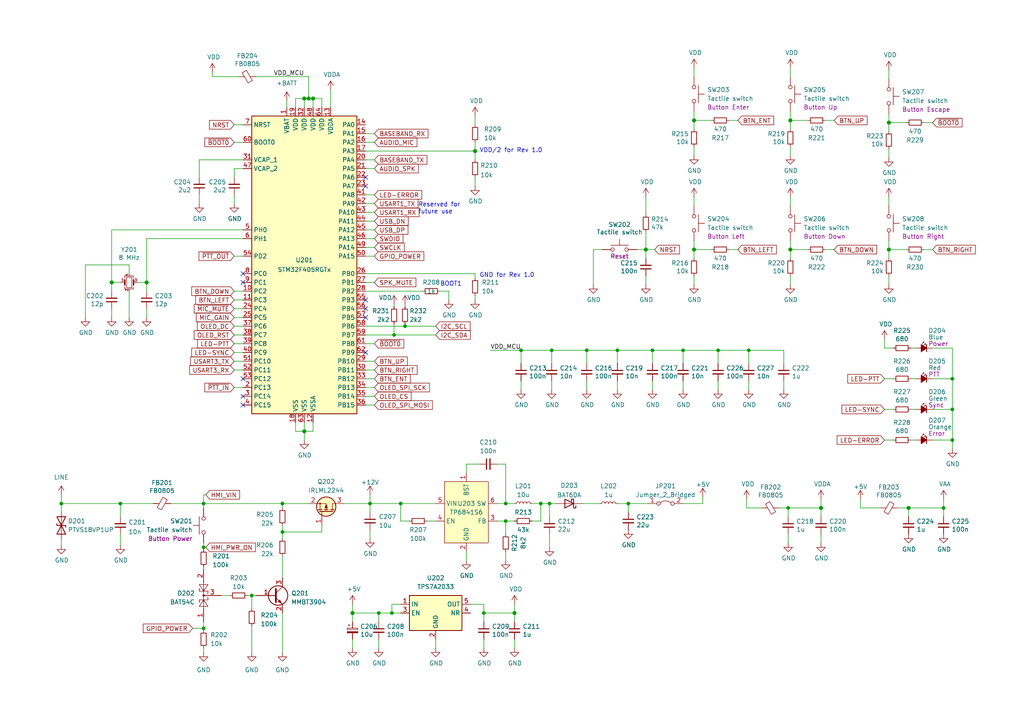
<source format=kicad_sch>
(kicad_sch (version 20230121) (generator eeschema)
  (paper "A4")
  (title_block (title "Module17") (date "2023-12-06") (rev "Rev 0.99") (company "M17Project") (comment 1 "Morgan ON4MOD") (comment 2 "Mathis - DB9MAT") (comment 3 "Wojciech - SP5WWP") (comment 4 "Authors:"))
  (junction (at 276.225 127.635))
  (junction (at 59.055 182.245))
  (junction (at 32.385 81.915) (diameter 1.016))
  (junction (at 276.225 118.745))
  (junction (at 113.665 177.8))
  (junction (at 257.81 35.56) (diameter 1.016))
  (junction (at 229.235 72.39) (diameter 1.016))
  (junction (at 228.6 147.32))
  (junction (at 201.295 34.925) (diameter 1.016))
  (junction (at 198.12 101.6))
  (junction (at 107.315 146.05))
  (junction (at 201.295 72.39) (diameter 1.016))
  (junction (at 109.855 177.8))
  (junction (at 34.925 146.05))
  (junction (at 90.805 28.575) (diameter 1.016))
  (junction (at 151.13 101.6))
  (junction (at 238.125 147.32) (diameter 1.016))
  (junction (at 229.235 34.925) (diameter 1.016))
  (junction (at 257.81 72.39) (diameter 1.016))
  (junction (at 156.845 146.05))
  (junction (at 276.225 109.855))
  (junction (at 146.685 151.13))
  (junction (at 114.3 97.155))
  (junction (at 88.265 125.095) (diameter 1.016))
  (junction (at 159.385 146.05))
  (junction (at 273.685 147.32))
  (junction (at 17.78 146.05))
  (junction (at 187.325 72.39) (diameter 1.016))
  (junction (at 81.915 146.05))
  (junction (at 170.18 101.6))
  (junction (at 89.535 28.575) (diameter 1.016))
  (junction (at 42.545 81.915) (diameter 1.016))
  (junction (at 117.475 94.615))
  (junction (at 189.23 101.6))
  (junction (at 59.055 146.05))
  (junction (at 182.245 146.05))
  (junction (at 59.055 158.75))
  (junction (at 263.525 147.32) (diameter 1.016))
  (junction (at 102.235 177.8) (diameter 1.016))
  (junction (at 208.28 101.6))
  (junction (at 88.265 28.575) (diameter 1.016))
  (junction (at 116.205 146.05))
  (junction (at 179.07 101.6))
  (junction (at 140.335 177.8))
  (junction (at 160.02 101.6))
  (junction (at 81.915 154.305))
  (junction (at 137.795 43.815) (diameter 1.016))
  (junction (at 217.17 101.6))
  (junction (at 146.685 146.05))
  (junction (at 73.025 172.72))
  (junction (at 149.225 177.8) (diameter 1.016))
  (no_connect (at 106.045 89.535))
  (no_connect (at 106.045 102.235))
  (no_connect (at 106.045 51.435))
  (no_connect (at 70.485 117.475))
  (no_connect (at 106.045 86.995))
  (no_connect (at 106.045 53.975))
  (no_connect (at 70.485 79.375))
  (no_connect (at 70.485 114.935))
  (no_connect (at 70.485 81.915))
  (no_connect (at 106.045 92.075))
  (no_connect (at 70.485 109.855))
  (wire (pts (xy 88.265 122.555) (xy 88.265 125.095)))
  (wire (pts (xy 106.045 99.695) (xy 108.585 99.695)))
  (wire (pts (xy 238.125 147.32) (xy 238.125 144.78)))
  (wire (pts (xy 144.145 151.13) (xy 146.685 151.13)))
  (wire (pts (xy 229.235 19.685) (xy 229.235 22.225)))
  (wire (pts (xy 257.81 35.56) (xy 257.81 38.1)))
  (wire (pts (xy 67.945 48.895) (xy 67.945 51.435)))
  (wire (pts (xy 137.795 33.655) (xy 137.795 36.195)))
  (wire (pts (xy 263.525 147.32) (xy 263.525 149.86)))
  (wire (pts (xy 137.795 41.275) (xy 137.795 43.815)))
  (wire (pts (xy 137.795 43.815) (xy 137.795 46.355)))
  (wire (pts (xy 37.465 84.455) (xy 37.465 92.075)))
  (wire (pts (xy 85.725 31.115) (xy 85.725 28.575)))
  (wire (pts (xy 249.555 147.32) (xy 249.555 144.78)))
  (wire (pts (xy 95.885 26.035) (xy 95.885 31.115)))
  (wire (pts (xy 106.045 81.915) (xy 108.585 81.915)))
  (wire (pts (xy 257.81 80.01) (xy 257.81 82.55)))
  (wire (pts (xy 17.78 146.05) (xy 34.925 146.05)))
  (wire (pts (xy 106.045 94.615) (xy 117.475 94.615)))
  (wire (pts (xy 59.055 187.96) (xy 59.055 189.23)))
  (wire (pts (xy 17.78 143.51) (xy 17.78 146.05)))
  (wire (pts (xy 182.245 146.05) (xy 187.96 146.05)))
  (wire (pts (xy 59.055 165.1) (xy 59.055 164.465)))
  (wire (pts (xy 170.18 110.49) (xy 170.18 113.03)))
  (wire (pts (xy 67.945 48.895) (xy 70.485 48.895)))
  (wire (pts (xy 32.385 66.675) (xy 32.385 81.915)))
  (wire (pts (xy 182.245 146.05) (xy 182.245 148.59)))
  (wire (pts (xy 228.6 154.94) (xy 228.6 157.48)))
  (wire (pts (xy 59.055 146.05) (xy 81.915 146.05)))
  (wire (pts (xy 135.255 134.62) (xy 135.255 137.16)))
  (wire (pts (xy 59.055 158.75) (xy 59.69 158.75)))
  (wire (pts (xy 81.915 161.29) (xy 81.915 167.64)))
  (wire (pts (xy 198.12 110.49) (xy 198.12 113.03)))
  (wire (pts (xy 170.18 101.6) (xy 179.07 101.6)))
  (wire (pts (xy 107.315 146.05) (xy 107.315 148.59)))
  (wire (pts (xy 24.765 76.835) (xy 24.765 92.075)))
  (wire (pts (xy 37.465 76.835) (xy 24.765 76.835)))
  (wire (pts (xy 37.465 79.375) (xy 37.465 76.835)))
  (wire (pts (xy 107.315 143.51) (xy 107.315 146.05)))
  (wire (pts (xy 114.3 93.98) (xy 114.3 97.155)))
  (wire (pts (xy 137.795 85.725) (xy 137.795 86.995)))
  (wire (pts (xy 187.325 72.39) (xy 187.325 74.93)))
  (wire (pts (xy 88.265 28.575) (xy 85.725 28.575)))
  (wire (pts (xy 137.795 79.375) (xy 137.795 80.645)))
  (wire (pts (xy 259.08 100.965) (xy 256.54 100.965)))
  (wire (pts (xy 179.07 101.6) (xy 179.07 105.41)))
  (wire (pts (xy 211.455 72.39) (xy 213.995 72.39)))
  (wire (pts (xy 59.055 147.32) (xy 59.055 146.05)))
  (wire (pts (xy 208.28 110.49) (xy 208.28 113.03)))
  (wire (pts (xy 42.545 81.915) (xy 42.545 84.455)))
  (wire (pts (xy 59.055 158.75) (xy 59.055 159.385)))
  (wire (pts (xy 17.78 156.21) (xy 17.78 158.115)))
  (wire (pts (xy 270.51 109.855) (xy 276.225 109.855)))
  (wire (pts (xy 146.685 151.13) (xy 149.225 151.13)))
  (wire (pts (xy 59.055 143.51) (xy 59.055 146.05)))
  (wire (pts (xy 106.045 97.155) (xy 114.3 97.155)))
  (wire (pts (xy 146.685 160.02) (xy 146.685 162.56)))
  (wire (pts (xy 67.945 97.155) (xy 70.485 97.155)))
  (wire (pts (xy 40.005 81.915) (xy 42.545 81.915)))
  (wire (pts (xy 106.045 59.055) (xy 108.585 59.055)))
  (wire (pts (xy 172.085 72.39) (xy 172.085 82.55)))
  (wire (pts (xy 228.6 147.32) (xy 238.125 147.32)))
  (wire (pts (xy 201.295 42.545) (xy 201.295 45.085)))
  (wire (pts (xy 88.265 125.095) (xy 88.265 127.635)))
  (wire (pts (xy 227.33 110.49) (xy 227.33 113.03)))
  (wire (pts (xy 238.125 154.94) (xy 238.125 157.48)))
  (wire (pts (xy 179.07 101.6) (xy 189.23 101.6)))
  (wire (pts (xy 73.025 172.72) (xy 74.295 172.72)))
  (wire (pts (xy 67.945 94.615) (xy 70.485 94.615)))
  (wire (pts (xy 17.78 146.05) (xy 17.78 148.59)))
  (wire (pts (xy 184.785 72.39) (xy 187.325 72.39)))
  (wire (pts (xy 227.33 101.6) (xy 227.33 105.41)))
  (wire (pts (xy 179.07 110.49) (xy 179.07 113.03)))
  (wire (pts (xy 61.595 22.225) (xy 69.215 22.225)))
  (wire (pts (xy 85.725 125.095) (xy 88.265 125.095)))
  (wire (pts (xy 85.725 122.555) (xy 85.725 125.095)))
  (wire (pts (xy 88.265 125.095) (xy 90.805 125.095)))
  (wire (pts (xy 90.805 122.555) (xy 90.805 125.095)))
  (wire (pts (xy 187.325 80.01) (xy 187.325 82.55)))
  (wire (pts (xy 32.385 66.675) (xy 70.485 66.675)))
  (wire (pts (xy 270.51 118.745) (xy 276.225 118.745)))
  (wire (pts (xy 229.235 69.85) (xy 229.235 72.39)))
  (wire (pts (xy 198.12 101.6) (xy 208.28 101.6)))
  (wire (pts (xy 114.3 88.265) (xy 114.3 88.9)))
  (wire (pts (xy 81.915 146.05) (xy 81.915 147.32)))
  (wire (pts (xy 146.685 146.05) (xy 146.685 134.62)))
  (wire (pts (xy 259.08 109.855) (xy 256.54 109.855)))
  (wire (pts (xy 217.17 101.6) (xy 227.33 101.6)))
  (wire (pts (xy 67.945 36.195) (xy 70.485 36.195)))
  (wire (pts (xy 229.235 34.925) (xy 229.235 37.465)))
  (wire (pts (xy 126.365 146.05) (xy 116.205 146.05)))
  (wire (pts (xy 34.925 146.05) (xy 44.45 146.05)))
  (wire (pts (xy 67.945 89.535) (xy 70.485 89.535)))
  (wire (pts (xy 159.385 146.05) (xy 159.385 149.86)))
  (wire (pts (xy 106.045 56.515) (xy 108.585 56.515)))
  (wire (pts (xy 149.225 185.42) (xy 149.225 187.96)))
  (wire (pts (xy 238.125 147.32) (xy 238.125 149.86)))
  (wire (pts (xy 255.27 147.32) (xy 249.555 147.32)))
  (wire (pts (xy 140.335 177.8) (xy 149.225 177.8)))
  (wire (pts (xy 201.295 57.15) (xy 201.295 59.69)))
  (wire (pts (xy 107.315 146.05) (xy 116.205 146.05)))
  (wire (pts (xy 42.545 69.215) (xy 42.545 81.915)))
  (wire (pts (xy 229.235 32.385) (xy 229.235 34.925)))
  (wire (pts (xy 137.795 51.435) (xy 137.795 53.975)))
  (wire (pts (xy 117.475 94.615) (xy 126.365 94.615)))
  (wire (pts (xy 57.785 56.515) (xy 57.785 59.055)))
  (wire (pts (xy 187.325 72.39) (xy 189.865 72.39)))
  (wire (pts (xy 203.835 144.145) (xy 203.835 146.05)))
  (wire (pts (xy 73.025 181.61) (xy 73.025 189.23)))
  (wire (pts (xy 189.23 101.6) (xy 189.23 105.41)))
  (wire (pts (xy 106.045 112.395) (xy 108.585 112.395)))
  (wire (pts (xy 239.395 72.39) (xy 241.935 72.39)))
  (wire (pts (xy 67.945 107.315) (xy 70.485 107.315)))
  (wire (pts (xy 67.945 86.995) (xy 70.485 86.995)))
  (wire (pts (xy 67.945 92.075) (xy 70.485 92.075)))
  (wire (pts (xy 67.945 84.455) (xy 70.485 84.455)))
  (wire (pts (xy 154.305 146.05) (xy 156.845 146.05)))
  (wire (pts (xy 257.81 20.32) (xy 257.81 22.86)))
  (wire (pts (xy 106.045 79.375) (xy 137.795 79.375)))
  (wire (pts (xy 229.235 72.39) (xy 229.235 74.93)))
  (wire (pts (xy 109.855 177.8) (xy 113.665 177.8)))
  (wire (pts (xy 113.665 177.8) (xy 116.205 177.8)))
  (wire (pts (xy 264.16 109.855) (xy 265.43 109.855)))
  (wire (pts (xy 187.325 67.31) (xy 187.325 72.39)))
  (wire (pts (xy 146.685 134.62) (xy 144.145 134.62)))
  (wire (pts (xy 108.585 71.755) (xy 106.045 71.755)))
  (wire (pts (xy 106.045 117.475) (xy 108.585 117.475)))
  (wire (pts (xy 106.045 107.315) (xy 108.585 107.315)))
  (wire (pts (xy 67.945 104.775) (xy 70.485 104.775)))
  (wire (pts (xy 273.685 147.32) (xy 273.685 144.78)))
  (wire (pts (xy 117.475 88.265) (xy 117.475 88.9)))
  (wire (pts (xy 151.13 101.6) (xy 160.02 101.6)))
  (wire (pts (xy 257.81 43.18) (xy 257.81 45.72)))
  (wire (pts (xy 146.685 146.05) (xy 149.225 146.05)))
  (wire (pts (xy 108.585 69.215) (xy 106.045 69.215)))
  (wire (pts (xy 267.97 35.56) (xy 270.51 35.56)))
  (wire (pts (xy 106.045 84.455) (xy 122.555 84.455)))
  (wire (pts (xy 114.3 97.155) (xy 126.365 97.155)))
  (wire (pts (xy 259.08 127.635) (xy 256.54 127.635)))
  (wire (pts (xy 32.385 89.535) (xy 32.385 92.075)))
  (wire (pts (xy 187.325 57.15) (xy 187.325 62.23)))
  (wire (pts (xy 102.235 177.8) (xy 102.235 180.34)))
  (wire (pts (xy 149.225 177.8) (xy 149.225 180.34)))
  (wire (pts (xy 81.915 152.4) (xy 81.915 154.305)))
  (wire (pts (xy 270.51 100.965) (xy 276.225 100.965)))
  (wire (pts (xy 81.915 177.8) (xy 81.915 189.23)))
  (wire (pts (xy 264.16 100.965) (xy 265.43 100.965)))
  (wire (pts (xy 32.385 81.915) (xy 32.385 84.455)))
  (wire (pts (xy 107.315 153.67) (xy 107.315 156.21)))
  (wire (pts (xy 106.045 74.295) (xy 108.585 74.295)))
  (wire (pts (xy 106.045 38.735) (xy 108.585 38.735)))
  (wire (pts (xy 57.785 46.355) (xy 57.785 51.435)))
  (wire (pts (xy 140.335 185.42) (xy 140.335 187.96)))
  (wire (pts (xy 59.055 180.34) (xy 59.055 182.245)))
  (wire (pts (xy 263.525 147.32) (xy 273.685 147.32)))
  (wire (pts (xy 135.255 160.02) (xy 135.255 162.56)))
  (wire (pts (xy 154.305 151.13) (xy 156.845 151.13)))
  (wire (pts (xy 220.98 147.32) (xy 216.535 147.32)))
  (wire (pts (xy 81.915 154.305) (xy 81.915 156.21)))
  (wire (pts (xy 106.045 46.355) (xy 108.585 46.355)))
  (wire (pts (xy 257.81 72.39) (xy 257.81 74.93)))
  (wire (pts (xy 264.16 118.745) (xy 265.43 118.745)))
  (wire (pts (xy 159.385 154.94) (xy 159.385 158.75)))
  (wire (pts (xy 106.045 43.815) (xy 137.795 43.815)))
  (wire (pts (xy 126.365 185.42) (xy 126.365 187.96)))
  (wire (pts (xy 109.855 185.42) (xy 109.855 187.96)))
  (wire (pts (xy 179.07 146.05) (xy 182.245 146.05)))
  (wire (pts (xy 42.545 69.215) (xy 70.485 69.215)))
  (wire (pts (xy 229.235 34.925) (xy 234.315 34.925)))
  (wire (pts (xy 127.635 84.455) (xy 130.175 84.455)))
  (wire (pts (xy 55.88 182.245) (xy 59.055 182.245)))
  (wire (pts (xy 73.025 172.72) (xy 73.025 176.53)))
  (wire (pts (xy 34.925 154.94) (xy 34.925 158.115)))
  (wire (pts (xy 139.065 134.62) (xy 135.255 134.62)))
  (wire (pts (xy 270.51 127.635) (xy 276.225 127.635)))
  (wire (pts (xy 89.535 28.575) (xy 88.265 28.575)))
  (wire (pts (xy 90.805 28.575) (xy 89.535 28.575)))
  (wire (pts (xy 229.235 42.545) (xy 229.235 45.085)))
  (wire (pts (xy 102.235 185.42) (xy 102.235 187.96)))
  (wire (pts (xy 99.695 146.05) (xy 107.315 146.05)))
  (wire (pts (xy 142.24 101.6) (xy 151.13 101.6)))
  (wire (pts (xy 259.08 118.745) (xy 256.54 118.745)))
  (wire (pts (xy 201.295 72.39) (xy 201.295 74.93)))
  (wire (pts (xy 149.225 177.8) (xy 149.225 175.26)))
  (wire (pts (xy 90.805 31.115) (xy 90.805 28.575)))
  (wire (pts (xy 201.295 69.85) (xy 201.295 72.39)))
  (wire (pts (xy 264.16 127.635) (xy 265.43 127.635)))
  (wire (pts (xy 229.235 57.15) (xy 229.235 59.69)))
  (wire (pts (xy 70.485 99.695) (xy 67.945 99.695)))
  (wire (pts (xy 81.915 154.305) (xy 93.345 154.305)))
  (wire (pts (xy 49.53 146.05) (xy 59.055 146.05)))
  (wire (pts (xy 208.28 101.6) (xy 208.28 105.41)))
  (wire (pts (xy 217.17 101.6) (xy 217.17 105.41)))
  (wire (pts (xy 93.345 31.115) (xy 93.345 28.575)))
  (wire (pts (xy 117.475 93.98) (xy 117.475 94.615)))
  (wire (pts (xy 64.135 172.72) (xy 66.675 172.72)))
  (wire (pts (xy 156.845 146.05) (xy 156.845 151.13)))
  (wire (pts (xy 70.485 102.235) (xy 67.945 102.235)))
  (wire (pts (xy 106.045 109.855) (xy 108.585 109.855)))
  (wire (pts (xy 273.685 147.32) (xy 273.685 149.86)))
  (wire (pts (xy 57.785 46.355) (xy 70.485 46.355)))
  (wire (pts (xy 257.81 57.15) (xy 257.81 59.69)))
  (wire (pts (xy 67.945 74.295) (xy 70.485 74.295)))
  (wire (pts (xy 257.81 35.56) (xy 262.89 35.56)))
  (wire (pts (xy 156.845 146.05) (xy 159.385 146.05)))
  (wire (pts (xy 136.525 175.26) (xy 140.335 175.26)))
  (wire (pts (xy 140.335 175.26) (xy 140.335 177.8)))
  (wire (pts (xy 102.235 177.8) (xy 102.235 175.26)))
  (wire (pts (xy 146.685 151.13) (xy 146.685 154.94)))
  (wire (pts (xy 71.755 172.72) (xy 73.025 172.72)))
  (wire (pts (xy 144.145 146.05) (xy 146.685 146.05)))
  (wire (pts (xy 106.045 114.935) (xy 108.585 114.935)))
  (wire (pts (xy 201.295 72.39) (xy 206.375 72.39)))
  (wire (pts (xy 59.055 182.245) (xy 59.055 182.88)))
  (wire (pts (xy 211.455 34.925) (xy 213.995 34.925)))
  (wire (pts (xy 93.345 28.575) (xy 90.805 28.575)))
  (wire (pts (xy 81.915 146.05) (xy 89.535 146.05)))
  (wire (pts (xy 160.02 101.6) (xy 160.02 105.41)))
  (wire (pts (xy 260.35 147.32) (xy 263.525 147.32)))
  (wire (pts (xy 201.295 34.925) (xy 206.375 34.925)))
  (wire (pts (xy 276.225 127.635) (xy 276.225 130.175)))
  (wire (pts (xy 59.055 143.51) (xy 59.69 143.51)))
  (wire (pts (xy 257.81 69.85) (xy 257.81 72.39)))
  (wire (pts (xy 159.385 146.05) (xy 161.29 146.05)))
  (wire (pts (xy 201.295 34.925) (xy 201.295 37.465)))
  (wire (pts (xy 116.205 146.05) (xy 116.205 151.13)))
  (wire (pts (xy 89.535 22.225) (xy 89.535 28.575)))
  (wire (pts (xy 109.855 177.8) (xy 109.855 180.34)))
  (wire (pts (xy 229.235 72.39) (xy 234.315 72.39)))
  (wire (pts (xy 106.045 48.895) (xy 108.585 48.895)))
  (wire (pts (xy 67.945 56.515) (xy 67.945 59.055)))
  (wire (pts (xy 256.54 100.965) (xy 256.54 98.425)))
  (wire (pts (xy 67.945 112.395) (xy 70.485 112.395)))
  (wire (pts (xy 239.395 34.925) (xy 241.935 34.925)))
  (wire (pts (xy 61.595 20.955) (xy 61.595 22.225)))
  (wire (pts (xy 198.12 101.6) (xy 198.12 105.41)))
  (wire (pts (xy 168.91 146.05) (xy 173.99 146.05)))
  (wire (pts (xy 116.205 151.13) (xy 118.745 151.13)))
  (wire (pts (xy 42.545 89.535) (xy 42.545 92.075)))
  (wire (pts (xy 201.295 80.01) (xy 201.295 82.55)))
  (wire (pts (xy 32.385 81.915) (xy 34.925 81.915)))
  (wire (pts (xy 198.12 146.05) (xy 203.835 146.05)))
  (wire (pts (xy 217.17 110.49) (xy 217.17 113.03)))
  (wire (pts (xy 123.825 151.13) (xy 126.365 151.13)))
  (wire (pts (xy 267.97 72.39) (xy 270.51 72.39)))
  (wire (pts (xy 257.81 72.39) (xy 262.89 72.39)))
  (wire (pts (xy 116.205 175.26) (xy 113.665 175.26)))
  (wire (pts (xy 113.665 175.26) (xy 113.665 177.8)))
  (wire (pts (xy 226.06 147.32) (xy 228.6 147.32)))
  (wire (pts (xy 151.13 105.41) (xy 151.13 101.6)))
  (wire (pts (xy 160.02 110.49) (xy 160.02 113.03)))
  (wire (pts (xy 34.925 146.05) (xy 34.925 149.86)))
  (wire (pts (xy 201.295 19.685) (xy 201.295 22.225)))
  (wire (pts (xy 130.175 84.455) (xy 130.175 86.995)))
  (wire (pts (xy 67.945 41.275) (xy 70.485 41.275)))
  (wire (pts (xy 140.335 177.8) (xy 140.335 180.34)))
  (wire (pts (xy 276.225 109.855) (xy 276.225 118.745)))
  (wire (pts (xy 208.28 101.6) (xy 217.17 101.6)))
  (wire (pts (xy 83.185 29.21) (xy 83.185 31.115)))
  (wire (pts (xy 201.295 32.385) (xy 201.295 34.925)))
  (wire (pts (xy 189.23 110.49) (xy 189.23 113.03)))
  (wire (pts (xy 276.225 118.745) (xy 276.225 127.635)))
  (wire (pts (xy 151.13 110.49) (xy 151.13 113.03)))
  (wire (pts (xy 189.23 101.6) (xy 198.12 101.6)))
  (wire (pts (xy 93.345 152.4) (xy 93.345 154.305)))
  (wire (pts (xy 170.18 101.6) (xy 170.18 105.41)))
  (wire (pts (xy 88.265 31.115) (xy 88.265 28.575)))
  (wire (pts (xy 59.055 157.48) (xy 59.055 158.75)))
  (wire (pts (xy 276.225 100.965) (xy 276.225 109.855)))
  (wire (pts (xy 257.81 33.02) (xy 257.81 35.56)))
  (wire (pts (xy 216.535 147.32) (xy 216.535 144.78)))
  (wire (pts (xy 74.295 22.225) (xy 89.535 22.225)))
  (wire (pts (xy 108.585 66.675) (xy 106.045 66.675)))
  (wire (pts (xy 228.6 147.32) (xy 228.6 149.86)))
  (wire (pts (xy 109.855 177.8) (xy 102.235 177.8)))
  (wire (pts (xy 172.085 72.39) (xy 174.625 72.39)))
  (wire (pts (xy 106.045 41.275) (xy 108.585 41.275)))
  (wire (pts (xy 160.02 101.6) (xy 170.18 101.6)))
  (wire (pts (xy 106.045 61.595) (xy 108.585 61.595)))
  (wire (pts (xy 229.235 80.01) (xy 229.235 82.55)))
  (wire (pts (xy 108.585 64.135) (xy 106.045 64.135)))
  (wire (pts (xy 106.045 104.775) (xy 108.585 104.775)))
  (text "BOOT1" (at 127.635 83.185 0) (effects (font (size 1.27 1.27)) (justify left bottom)))
  (text "Reserved for\nfuture use" (at 121.285 62.23 0) (effects (font (size 1.27 1.27)) (justify left bottom)))
  (text "VDD/2 for Rev 1.0" (at 139.065 44.45 0) (effects (font (size 1.27 1.27)) (justify left bottom)))
  (text "GND for Rev 1.0" (at 139.065 80.645 0) (effects (font (size 1.27 1.27)) (justify left bottom)))
  (label "VDD_MCU" (at 79.375 22.225 0))
  (label "VDD_MCU" (at 142.24 101.6 0))
  (global_label "HMI_PWR_ON" (shape input) (at 59.69 158.75 0) (property "Intersheetrefs" "${INTERSHEET_REFS}" (effects hide)))
  (global_label "GPIO_POWER" (shape input) (at 55.88 182.245 180) (property "Intersheetrefs" "${INTERSHEET_REFS}" (effects hide)))
  (global_label "LED-SYNC" (shape input) (at 256.54 118.745 180) (property "Intersheetrefs" "${INTERSHEET_REFS}" (effects hide)))
  (global_label "LED-ERROR" (shape input) (at 256.54 127.635 180) (property "Intersheetrefs" "${INTERSHEET_REFS}" (effects hide)))
  (global_label "OLED_CS" (shape input) (at 108.585 114.935 0) (property "Intersheetrefs" "${INTERSHEET_REFS}" (effects hide)))
  (global_label "SWCLK" (shape input) (at 108.585 71.755 0) (property "Intersheetrefs" "${INTERSHEET_REFS}" (effects hide)))
  (global_label "~{PTT_IN}" (shape input) (at 67.945 112.395 180) (property "Intersheetrefs" "${INTERSHEET_REFS}" (effects hide)))
  (global_label "OLED_SPI_MOSI" (shape input) (at 108.585 117.475 0) (property "Intersheetrefs" "${INTERSHEET_REFS}" (effects hide)))
  (global_label "BTN_LEFT" (shape input) (at 213.995 72.39 0) (property "Intersheetrefs" "${INTERSHEET_REFS}" (effects hide)))
  (global_label "~{BOOT0}" (shape input) (at 108.585 99.695 0) (property "Intersheetrefs" "${INTERSHEET_REFS}" (effects hide)))
  (global_label "HMI_VIN" (shape input) (at 59.69 143.51 0) (property "Intersheetrefs" "${INTERSHEET_REFS}" (effects hide)))
  (global_label "MIC_GAIN" (shape input) (at 67.945 92.075 180) (property "Intersheetrefs" "${INTERSHEET_REFS}" (effects hide)))
  (global_label "BTN_ENT" (shape input) (at 213.995 34.925 0) (property "Intersheetrefs" "${INTERSHEET_REFS}" (effects hide)))
  (global_label "AUDIO_SPK" (shape input) (at 108.585 48.895 0) (property "Intersheetrefs" "${INTERSHEET_REFS}" (effects hide)))
  (global_label "OLED_DC" (shape input) (at 67.945 94.615 180) (property "Intersheetrefs" "${INTERSHEET_REFS}" (effects hide)))
  (global_label "~{PTT_OUT}" (shape input) (at 67.945 74.295 180) (property "Intersheetrefs" "${INTERSHEET_REFS}" (effects hide)))
  (global_label "~{MIC_MUTE}" (shape input) (at 67.945 89.535 180) (property "Intersheetrefs" "${INTERSHEET_REFS}" (effects hide)))
  (global_label "LED-PTT" (shape input) (at 67.945 99.695 180) (property "Intersheetrefs" "${INTERSHEET_REFS}" (effects hide)))
  (global_label "~{BOOT0}" (shape input) (at 270.51 35.56 0) (property "Intersheetrefs" "${INTERSHEET_REFS}" (effects hide)))
  (global_label "OLED_SPI_SCK" (shape input) (at 108.585 112.395 0) (property "Intersheetrefs" "${INTERSHEET_REFS}" (effects hide)))
  (global_label "LED-ERROR" (shape input) (at 108.585 56.515 0) (property "Intersheetrefs" "${INTERSHEET_REFS}" (effects hide)))
  (global_label "BTN_DOWN" (shape input) (at 67.945 84.455 180) (property "Intersheetrefs" "${INTERSHEET_REFS}" (effects hide)))
  (global_label "LED-PTT" (shape input) (at 256.54 109.855 180) (property "Intersheetrefs" "${INTERSHEET_REFS}" (effects hide)))
  (global_label "USB_DP" (shape input) (at 108.585 66.675 0) (property "Intersheetrefs" "${INTERSHEET_REFS}" (effects hide)))
  (global_label "I2C_SCL" (shape input) (at 126.365 94.615 0) (property "Intersheetrefs" "${INTERSHEET_REFS}" (effects hide)))
  (global_label "AUDIO_MIC" (shape input) (at 108.585 41.275 0) (property "Intersheetrefs" "${INTERSHEET_REFS}" (effects hide)))
  (global_label "BTN_LEFT" (shape input) (at 67.945 86.995 180) (property "Intersheetrefs" "${INTERSHEET_REFS}" (effects hide)))
  (global_label "USB_DN" (shape input) (at 108.585 64.135 0) (property "Intersheetrefs" "${INTERSHEET_REFS}" (effects hide)))
  (global_label "USART1_TX" (shape input) (at 108.585 59.055 0) (property "Intersheetrefs" "${INTERSHEET_REFS}" (effects hide)))
  (global_label "USART1_RX" (shape input) (at 108.585 61.595 0) (property "Intersheetrefs" "${INTERSHEET_REFS}" (effects hide)))
  (global_label "BTN_ENT" (shape input) (at 108.585 109.855 0) (property "Intersheetrefs" "${INTERSHEET_REFS}" (effects hide)))
  (global_label "BTN_RIGHT" (shape input) (at 270.51 72.39 0) (property "Intersheetrefs" "${INTERSHEET_REFS}" (effects hide)))
  (global_label "GPIO_POWER" (shape input) (at 108.585 74.295 0) (property "Intersheetrefs" "${INTERSHEET_REFS}" (effects hide)))
  (global_label "BTN_DOWN" (shape input) (at 241.935 72.39 0) (property "Intersheetrefs" "${INTERSHEET_REFS}" (effects hide)))
  (global_label "USART3_RX" (shape input) (at 67.945 107.315 180) (property "Intersheetrefs" "${INTERSHEET_REFS}" (effects hide)))
  (global_label "SWDIO" (shape input) (at 108.585 69.215 0) (property "Intersheetrefs" "${INTERSHEET_REFS}" (effects hide)))
  (global_label "NRST" (shape input) (at 189.865 72.39 0) (property "Intersheetrefs" "${INTERSHEET_REFS}" (effects hide)))
  (global_label "LED-SYNC" (shape input) (at 67.945 102.235 180) (property "Intersheetrefs" "${INTERSHEET_REFS}" (effects hide)))
  (global_label "BASEBAND_RX" (shape input) (at 108.585 38.735 0) (property "Intersheetrefs" "${INTERSHEET_REFS}" (effects hide)))
  (global_label "~{BOOT0}" (shape input) (at 67.945 41.275 180) (property "Intersheetrefs" "${INTERSHEET_REFS}" (effects hide)))
  (global_label "BTN_UP" (shape input) (at 108.585 104.775 0) (property "Intersheetrefs" "${INTERSHEET_REFS}" (effects hide)))
  (global_label "SPK_MUTE" (shape input) (at 108.585 81.915 0) (property "Intersheetrefs" "${INTERSHEET_REFS}" (effects hide)))
  (global_label "USART3_TX" (shape input) (at 67.945 104.775 180) (property "Intersheetrefs" "${INTERSHEET_REFS}" (effects hide)))
  (global_label "BTN_UP" (shape input) (at 241.935 34.925 0) (property "Intersheetrefs" "${INTERSHEET_REFS}" (effects hide)))
  (global_label "OLED_RST" (shape input) (at 67.945 97.155 180) (property "Intersheetrefs" "${INTERSHEET_REFS}" (effects hide)))
  (global_label "NRST" (shape input) (at 67.945 36.195 180) (property "Intersheetrefs" "${INTERSHEET_REFS}" (effects hide)))
  (global_label "BASEBAND_TX" (shape input) (at 108.585 46.355 0) (property "Intersheetrefs" "${INTERSHEET_REFS}" (effects hide)))
  (global_label "I2C_SDA" (shape input) (at 126.365 97.155 0) (property "Intersheetrefs" "${INTERSHEET_REFS}" (effects hide)))
  (global_label "BTN_RIGHT" (shape input) (at 108.585 107.315 0) (property "Intersheetrefs" "${INTERSHEET_REFS}" (effects hide)))
  (symbol (lib_id "Device:Crystal_GND24_Small") (at 37.465 81.915 0) (unit 1)
    (property "Reference" "Y201" (at 37.465 72.39 0))
    (property "Value" "8 MHz" (at 37.465 74.7014 0))
    (property "Footprint" "Crystal:Crystal_SMD_3225-4Pin_3.2x2.5mm" (effects hide))
    (property "MPN" "ECS-80-12-33-JGN-TR" (effects hide))
    (property "LCSC Part #" "C2442665" (effects hide))
  )
  (symbol (lib_id "Device:C_Small") (at 32.385 86.995 0) (mirror x) (unit 1)
    (property "Reference" "C202" (at 30.0482 85.8266 0) (effects (justify right)))
    (property "Value" "12p" (at 30.0482 88.138 0) (effects (justify right)))
    (property "Footprint" "Capacitor_SMD:C_0603_1608Metric" (effects hide))
    (property "MPN" "Generic C/12pF/C0G/16V/0603" (effects hide))
  )
  (symbol (lib_id "Device:C_Small") (at 42.545 86.995 0) (unit 1)
    (property "Reference" "C203" (at 44.8818 85.8266 0) (effects (justify left)))
    (property "Value" "12p" (at 44.8818 88.138 0) (effects (justify left)))
    (property "Footprint" "Capacitor_SMD:C_0603_1608Metric" (effects hide))
    (property "MPN" "Generic C/12pF/C0G/16V/0603" (effects hide))
  )
  (symbol (lib_id "power:GND") (at 32.385 92.075 0) (unit 1)
    (property "Reference" "#PWR0205" (effects hide))
    (property "Value" "GND" (at 32.512 96.4692 0))
  )
  (symbol (lib_id "power:GND") (at 42.545 92.075 0) (unit 1)
    (property "Reference" "#PWR0207" (effects hide))
    (property "Value" "GND" (at 42.672 96.4692 0))
  )
  (symbol (lib_id "Device:C_Small") (at 67.945 53.975 0) (mirror x) (unit 1)
    (property "Reference" "C205" (at 65.6082 52.8066 0) (effects (justify right)))
    (property "Value" "2u2" (at 65.6082 55.118 0) (effects (justify right)))
    (property "Footprint" "Capacitor_SMD:C_0603_1608Metric" (effects hide))
    (property "MPN" "Generic C/2.2uF/C0G/25V/0603" (effects hide))
  )
  (symbol (lib_id "Device:C_Small") (at 57.785 53.975 0) (mirror x) (unit 1)
    (property "Reference" "C204" (at 55.4482 52.8066 0) (effects (justify right)))
    (property "Value" "2u2" (at 55.4482 55.118 0) (effects (justify right)))
    (property "Footprint" "Capacitor_SMD:C_0603_1608Metric" (effects hide))
    (property "MPN" "Generic C/2.2uF/C0G/25V/0603" (effects hide))
  )
  (symbol (lib_id "power:GND") (at 57.785 59.055 0) (unit 1)
    (property "Reference" "#PWR0209" (effects hide))
    (property "Value" "GND" (at 57.912 63.4492 0))
  )
  (symbol (lib_id "power:GND") (at 67.945 59.055 0) (unit 1)
    (property "Reference" "#PWR0211" (effects hide))
    (property "Value" "GND" (at 68.072 63.4492 0))
  )
  (symbol (lib_id "Device:Ferrite_Bead_Small") (at 223.52 147.32 90) (mirror x) (unit 1)
    (property "Reference" "FB202" (at 223.52 141.3002 90))
    (property "Value" "FB0805" (at 223.52 143.6116 90))
    (property "Footprint" "Inductor_SMD:L_0805_2012Metric" (effects hide))
    (property "MPN" "2508056017Y2" (effects hide))
    (property "LCSC Part #" "C1017" (effects hide))
  )
  (symbol (lib_id "Device:C_Small") (at 228.6 152.4 0) (unit 1)
    (property "Reference" "C218" (at 230.9368 151.2316 0) (effects (justify left)))
    (property "Value" "1u" (at 230.9368 153.543 0) (effects (justify left)))
    (property "Footprint" "Capacitor_SMD:C_0603_1608Metric" (effects hide))
    (property "MPN" "Generic C/1uF/C0G/25V/0603" (effects hide))
  )
  (symbol (lib_id "Device:C_Small") (at 238.125 152.4 0) (unit 1)
    (property "Reference" "C220" (at 240.4618 151.2316 0) (effects (justify left)))
    (property "Value" "100n" (at 240.4618 153.543 0) (effects (justify left)))
    (property "Footprint" "Capacitor_SMD:C_0603_1608Metric" (effects hide))
    (property "MPN" "Generic C/100nF/C0G/25V/0603" (effects hide))
  )
  (symbol (lib_id "power:VDD") (at 216.535 144.78 0) (unit 1)
    (property "Reference" "#PWR0241" (effects hide))
    (property "Value" "VDD" (at 216.916 140.3858 0))
  )
  (symbol (lib_id "power:VDDA") (at 95.885 26.035 0) (unit 1)
    (property "Reference" "#PWR0216" (effects hide))
    (property "Value" "VDDA" (at 96.266 21.6408 0))
  )
  (symbol (lib_id "power:VDDA") (at 238.125 144.78 0) (unit 1)
    (property "Reference" "#PWR0249" (effects hide))
    (property "Value" "VDDA" (at 238.506 140.3858 0))
  )
  (symbol (lib_id "Device:C_Small") (at 151.13 107.95 0) (unit 1)
    (property "Reference" "C213" (at 153.4668 106.7816 0) (effects (justify left)))
    (property "Value" "100n" (at 153.4668 109.093 0) (effects (justify left)))
    (property "Footprint" "Capacitor_SMD:C_0603_1608Metric" (effects hide))
    (property "MPN" "Generic C/100nF/C0G/25V/0603" (effects hide))
  )
  (symbol (lib_id "Device:C_Small") (at 160.02 107.95 0) (unit 1)
    (property "Reference" "C214" (at 162.3568 106.7816 0) (effects (justify left)))
    (property "Value" "10n" (at 162.3568 109.093 0) (effects (justify left)))
    (property "Footprint" "Capacitor_SMD:C_0603_1608Metric" (effects hide))
    (property "MPN" "Generic C/10nF/C0G/25V/0603" (effects hide))
  )
  (symbol (lib_id "Device:C_Small") (at 170.18 107.95 0) (unit 1)
    (property "Reference" "C216" (at 172.5168 106.7816 0) (effects (justify left)))
    (property "Value" "100n" (at 172.5168 109.093 0) (effects (justify left)))
    (property "Footprint" "Capacitor_SMD:C_0603_1608Metric" (effects hide))
    (property "MPN" "Generic C/100nF/C0G/25V/0603" (effects hide))
  )
  (symbol (lib_id "Device:C_Small") (at 189.23 107.95 0) (unit 1)
    (property "Reference" "C217" (at 191.5668 106.7816 0) (effects (justify left)))
    (property "Value" "100n" (at 191.5668 109.093 0) (effects (justify left)))
    (property "Footprint" "Capacitor_SMD:C_0603_1608Metric" (effects hide))
    (property "MPN" "Generic C/100nF/C0G/25V/0603" (effects hide))
  )
  (symbol (lib_id "Device:C_Small") (at 198.12 107.95 0) (unit 1)
    (property "Reference" "C221" (at 200.4568 106.7816 0) (effects (justify left)))
    (property "Value" "10n" (at 200.4568 109.093 0) (effects (justify left)))
    (property "Footprint" "Capacitor_SMD:C_0603_1608Metric" (effects hide))
    (property "MPN" "Generic C/10nF/C0G/25V/0603" (effects hide))
  )
  (symbol (lib_id "Device:C_Small") (at 227.33 107.95 0) (unit 1)
    (property "Reference" "C222" (at 229.6668 106.7816 0) (effects (justify left)))
    (property "Value" "1u" (at 229.6668 109.093 0) (effects (justify left)))
    (property "Footprint" "Capacitor_SMD:C_0603_1608Metric" (effects hide))
    (property "MPN" "Generic C/1uF/C0G/25V/0603" (effects hide))
  )
  (symbol (lib_id "power:GND") (at 151.13 113.03 0) (unit 1)
    (property "Reference" "#PWR0235" (effects hide))
    (property "Value" "GND" (at 151.257 117.4242 0))
  )
  (symbol (lib_id "power:GND") (at 160.02 113.03 0) (unit 1)
    (property "Reference" "#PWR0237" (effects hide))
    (property "Value" "GND" (at 160.147 117.4242 0))
  )
  (symbol (lib_id "power:GND") (at 170.18 113.03 0) (unit 1)
    (property "Reference" "#PWR0240" (effects hide))
    (property "Value" "GND" (at 170.307 117.4242 0))
  )
  (symbol (lib_id "power:GND") (at 189.23 113.03 0) (unit 1)
    (property "Reference" "#PWR0246" (effects hide))
    (property "Value" "GND" (at 189.357 117.4242 0))
  )
  (symbol (lib_id "power:GND") (at 198.12 113.03 0) (unit 1)
    (property "Reference" "#PWR0251" (effects hide))
    (property "Value" "GND" (at 198.247 117.4242 0))
  )
  (symbol (lib_id "power:GND") (at 227.33 113.03 0) (unit 1)
    (property "Reference" "#PWR0252" (effects hide))
    (property "Value" "GND" (at 227.457 117.4242 0))
  )
  (symbol (lib_id "Device:R_Small") (at 125.095 84.455 270) (unit 1)
    (property "Reference" "R208" (at 125.095 81.915 90))
    (property "Value" "1k" (at 125.095 84.455 90))
    (property "Footprint" "Resistor_SMD:R_0603_1608Metric" (effects hide))
    (property "MPN" "Generic R/1k/0603" (effects hide))
  )
  (symbol (lib_id "power:GND") (at 130.175 86.995 0) (unit 1)
    (property "Reference" "#PWR0223" (effects hide))
    (property "Value" "GND" (at 130.302 91.3892 0))
  )
  (symbol (lib_id "Switch:SW_Push") (at 179.705 72.39 0) (mirror y) (unit 1)
    (property "Reference" "SW202" (at 179.705 65.151 0))
    (property "Value" "Tactile switch" (at 179.705 67.31 0))
    (property "Footprint" "M17_misc_passive:SW_SPST_436351045816" (effects hide))
    (property "MPN" "EVQPUC02K" (effects hide))
    (property "LCSC Part #" "C79174" (effects hide))
    (property "Comment" "Reset" (at 179.705 74.295 0))
  )
  (symbol (lib_id "Device:C_Small") (at 187.325 77.47 0) (mirror x) (unit 1)
    (property "Reference" "C215" (at 184.9882 76.3016 0) (effects (justify right)))
    (property "Value" "100n" (at 184.9882 78.613 0) (effects (justify right)))
    (property "Footprint" "Capacitor_SMD:C_0603_1608Metric" (effects hide))
    (property "MPN" "Generic C/100nF/C0G/25V/0603" (effects hide))
  )
  (symbol (lib_id "power:GND") (at 187.325 82.55 0) (unit 1)
    (property "Reference" "#PWR0239" (effects hide))
    (property "Value" "GND" (at 187.452 86.9442 0))
  )
  (symbol (lib_id "Device:R_Small") (at 261.62 100.965 270) (unit 1)
    (property "Reference" "R225" (at 261.62 95.885 90))
    (property "Value" "680" (at 261.62 98.298 90))
    (property "Footprint" "Resistor_SMD:R_0603_1608Metric" (effects hide))
    (property "MPN" "Generic R/680R/0603" (effects hide))
  )
  (symbol (lib_id "Device:LED_Small_Filled") (at 267.97 100.965 0) (mirror y) (unit 1)
    (property "Reference" "D204" (at 269.24 95.885 0) (effects (justify right)))
    (property "Value" "Blue" (at 269.24 97.79 0) (effects (justify right)))
    (property "Footprint" "LED_SMD:LED_0603_1608Metric" (effects hide))
    (property "MPN" "Generic LED/Blue/0603" (effects hide))
    (property "Comment" "Power" (at 269.24 99.695 0) (effects (justify right)))
  )
  (symbol (lib_id "Device:LED_Small_Filled") (at 267.97 109.855 0) (mirror y) (unit 1)
    (property "Reference" "D205" (at 269.24 104.775 0) (effects (justify right)))
    (property "Value" "Red" (at 269.24 106.68 0) (effects (justify right)))
    (property "Footprint" "LED_SMD:LED_0603_1608Metric" (effects hide))
    (property "MPN" "Generic LED/Red/0603" (effects hide))
    (property "Comment" "PTT" (at 269.24 108.585 0) (effects (justify right)))
  )
  (symbol (lib_id "Device:R_Small") (at 261.62 109.855 270) (unit 1)
    (property "Reference" "R226" (at 261.62 104.775 90))
    (property "Value" "680" (at 261.62 107.188 90))
    (property "Footprint" "Resistor_SMD:R_0603_1608Metric" (effects hide))
    (property "MPN" "Generic R/680R/0603" (effects hide))
  )
  (symbol (lib_id "Device:LED_Small_Filled") (at 267.97 118.745 0) (mirror y) (unit 1)
    (property "Reference" "D206" (at 269.24 113.665 0) (effects (justify right)))
    (property "Value" "Green" (at 269.24 115.57 0) (effects (justify right)))
    (property "Footprint" "LED_SMD:LED_0603_1608Metric" (effects hide))
    (property "MPN" "Generic LED/Green/0603" (effects hide))
    (property "Comment" "Sync" (at 269.24 117.475 0) (effects (justify right)))
  )
  (symbol (lib_id "Device:R_Small") (at 261.62 118.745 270) (unit 1)
    (property "Reference" "R227" (at 261.62 113.665 90))
    (property "Value" "680" (at 261.62 116.078 90))
    (property "Footprint" "Resistor_SMD:R_0603_1608Metric" (effects hide))
    (property "MPN" "Generic R/680R/0603" (effects hide))
  )
  (symbol (lib_id "Device:LED_Small_Filled") (at 267.97 127.635 0) (mirror y) (unit 1)
    (property "Reference" "D207" (at 269.24 121.92 0) (effects (justify right)))
    (property "Value" "Orange" (at 269.24 123.825 0) (effects (justify right)))
    (property "Footprint" "LED_SMD:LED_0603_1608Metric" (effects hide))
    (property "MPN" "Generic LED/Orange/0603" (effects hide))
    (property "Comment" "Error" (at 269.24 125.73 0) (effects (justify right)))
  )
  (symbol (lib_id "Device:R_Small") (at 261.62 127.635 270) (unit 1)
    (property "Reference" "R228" (at 261.62 122.555 90))
    (property "Value" "680" (at 261.62 124.968 90))
    (property "Footprint" "Resistor_SMD:R_0603_1608Metric" (effects hide))
    (property "MPN" "Generic R/680R/0603" (effects hide))
  )
  (symbol (lib_id "power:VDD") (at 256.54 98.425 0) (unit 1)
    (property "Reference" "#PWR0257" (effects hide))
    (property "Value" "VDD" (at 256.921 94.0308 0))
  )
  (symbol (lib_id "power:GND") (at 276.225 130.175 0) (unit 1)
    (property "Reference" "#PWR0262" (effects hide))
    (property "Value" "GND" (at 276.352 134.5692 0))
  )
  (symbol (lib_id "power:VDD") (at 257.81 20.32 0) (unit 1)
    (property "Reference" "#PWR0258" (effects hide))
    (property "Value" "VDD" (at 258.191 15.9258 0))
  )
  (symbol (lib_id "Device:R_Small") (at 257.81 40.64 0) (mirror y) (unit 1)
    (property "Reference" "R223" (at 256.3114 39.4716 0) (effects (justify left)))
    (property "Value" "10k" (at 256.3114 41.783 0) (effects (justify left)))
    (property "Footprint" "Resistor_SMD:R_0603_1608Metric" (effects hide))
    (property "MPN" "Generic R/10k/0603" (effects hide))
  )
  (symbol (lib_id "power:VDD") (at 229.235 19.685 0) (unit 1)
    (property "Reference" "#PWR0253" (effects hide))
    (property "Value" "VDD" (at 229.616 15.2908 0))
  )
  (symbol (lib_id "Device:R_Small") (at 229.235 40.005 0) (mirror y) (unit 1)
    (property "Reference" "R219" (at 227.7364 38.8366 0) (effects (justify left)))
    (property "Value" "10k" (at 227.7364 41.148 0) (effects (justify left)))
    (property "Footprint" "Resistor_SMD:R_0603_1608Metric" (effects hide))
    (property "MPN" "Generic R/10k/0603" (effects hide))
  )
  (symbol (lib_id "Switch:SW_Push") (at 229.235 27.305 270) (unit 1)
    (property "Reference" "SW205" (at 233.045 26.035 90) (effects (justify left)))
    (property "Value" "Tactile switch" (at 233.045 28.575 90) (effects (justify left)))
    (property "Footprint" "Button_Switch_SMD:SW_SPST_PTS645" (effects hide))
    (property "MPN" "PTS645SH50SMTR92LFS" (effects hide))
    (property "LCSC Part #" "C221869" (effects hide))
    (property "Comment" "Button Up" (at 233.045 31.115 90) (effects (justify left)))
    (property "Alt LCSC Part #" "C83916" (effects hide))
  )
  (symbol (lib_id "power:GND") (at 229.235 45.085 0) (unit 1)
    (property "Reference" "#PWR0254" (effects hide))
    (property "Value" "GND" (at 229.362 49.4792 0))
  )
  (symbol (lib_id "Device:R_Small") (at 236.855 34.925 90) (unit 1)
    (property "Reference" "R221" (at 236.855 40.005 90))
    (property "Value" "470" (at 236.855 37.465 90))
    (property "Footprint" "Resistor_SMD:R_0603_1608Metric" (effects hide))
    (property "MPN" "Generic R/470R/0603" (effects hide))
  )
  (symbol (lib_id "Switch:SW_Push") (at 257.81 27.94 270) (unit 1)
    (property "Reference" "SW207" (at 261.62 26.67 90) (effects (justify left)))
    (property "Value" "Tactile switch" (at 261.62 29.21 90) (effects (justify left)))
    (property "Footprint" "Button_Switch_SMD:SW_SPST_PTS645" (effects hide))
    (property "MPN" "PTS645SH50SMTR92LFS" (effects hide))
    (property "LCSC Part #" "C221869" (effects hide))
    (property "Comment" "Button Escape" (at 261.62 31.75 90) (effects (justify left)))
    (property "Alt LCSC Part #" "C83916" (effects hide))
  )
  (symbol (lib_id "power:VDD") (at 229.235 57.15 0) (unit 1)
    (property "Reference" "#PWR0255" (effects hide))
    (property "Value" "VDD" (at 229.616 52.7558 0))
  )
  (symbol (lib_id "Device:R_Small") (at 229.235 77.47 0) (mirror y) (unit 1)
    (property "Reference" "R220" (at 227.7364 76.3016 0) (effects (justify left)))
    (property "Value" "10k" (at 227.7364 78.613 0) (effects (justify left)))
    (property "Footprint" "Resistor_SMD:R_0603_1608Metric" (effects hide))
    (property "MPN" "Generic R/10k/0603" (effects hide))
  )
  (symbol (lib_id "Switch:SW_Push") (at 229.235 64.77 270) (unit 1)
    (property "Reference" "SW206" (at 233.045 63.5 90) (effects (justify left)))
    (property "Value" "Tactile switch" (at 233.045 66.04 90) (effects (justify left)))
    (property "Footprint" "Button_Switch_SMD:SW_SPST_PTS645" (effects hide))
    (property "MPN" "PTS645SH50SMTR92LFS" (effects hide))
    (property "LCSC Part #" "C221869" (effects hide))
    (property "Comment" "Button Down" (at 233.045 68.58 90) (effects (justify left)))
    (property "Alt LCSC Part #" "C83916" (effects hide))
  )
  (symbol (lib_id "power:GND") (at 229.235 82.55 0) (unit 1)
    (property "Reference" "#PWR0256" (effects hide))
    (property "Value" "GND" (at 229.362 86.9442 0))
  )
  (symbol (lib_id "Device:R_Small") (at 236.855 72.39 90) (unit 1)
    (property "Reference" "R222" (at 236.855 77.47 90))
    (property "Value" "470" (at 236.855 74.93 90))
    (property "Footprint" "Resistor_SMD:R_0603_1608Metric" (effects hide))
    (property "MPN" "Generic R/470R/0603" (effects hide))
  )
  (symbol (lib_id "power:GND") (at 257.81 45.72 0) (unit 1)
    (property "Reference" "#PWR0259" (effects hide))
    (property "Value" "GND" (at 257.937 50.1142 0))
  )
  (symbol (lib_id "Device:R_Small") (at 265.43 35.56 90) (unit 1)
    (property "Reference" "R229" (at 265.43 40.64 90))
    (property "Value" "470" (at 265.43 38.1 90))
    (property "Footprint" "Resistor_SMD:R_0603_1608Metric" (effects hide))
    (property "MPN" "Generic R/470R/0603" (effects hide))
  )
  (symbol (lib_id "power:VDD") (at 201.295 19.685 0) (unit 1)
    (property "Reference" "#PWR0242" (effects hide))
    (property "Value" "VDD" (at 201.676 15.2908 0))
  )
  (symbol (lib_id "Device:R_Small") (at 201.295 40.005 0) (mirror y) (unit 1)
    (property "Reference" "R215" (at 199.7964 38.8366 0) (effects (justify left)))
    (property "Value" "10k" (at 199.7964 41.148 0) (effects (justify left)))
    (property "Footprint" "Resistor_SMD:R_0603_1608Metric" (effects hide))
    (property "MPN" "Generic R/10k/0603" (effects hide))
  )
  (symbol (lib_id "Switch:SW_Push") (at 201.295 27.305 270) (unit 1)
    (property "Reference" "SW203" (at 205.105 26.035 90) (effects (justify left)))
    (property "Value" "Tactile switch" (at 205.105 28.575 90) (effects (justify left)))
    (property "Footprint" "Button_Switch_SMD:SW_SPST_PTS645" (effects hide))
    (property "MPN" "PTS645SH50SMTR92LFS" (effects hide))
    (property "LCSC Part #" "C221869" (effects hide))
    (property "Comment" "Button Enter" (at 205.105 31.115 90) (effects (justify left)))
    (property "Alt LCSC Part #" "C83916" (effects hide))
  )
  (symbol (lib_id "power:GND") (at 201.295 45.085 0) (unit 1)
    (property "Reference" "#PWR0243" (effects hide))
    (property "Value" "GND" (at 201.422 49.4792 0))
  )
  (symbol (lib_id "Device:R_Small") (at 208.915 34.925 90) (unit 1)
    (property "Reference" "R217" (at 208.915 40.005 90))
    (property "Value" "470" (at 208.915 37.465 90))
    (property "Footprint" "Resistor_SMD:R_0603_1608Metric" (effects hide))
    (property "MPN" "Generic R/470R/0603" (effects hide))
  )
  (symbol (lib_id "power:VDD") (at 201.295 57.15 0) (unit 1)
    (property "Reference" "#PWR0244" (effects hide))
    (property "Value" "VDD" (at 201.676 52.7558 0))
  )
  (symbol (lib_id "Device:R_Small") (at 201.295 77.47 0) (mirror y) (unit 1)
    (property "Reference" "R216" (at 199.7964 76.3016 0) (effects (justify left)))
    (property "Value" "10k" (at 199.7964 78.613 0) (effects (justify left)))
    (property "Footprint" "Resistor_SMD:R_0603_1608Metric" (effects hide))
    (property "MPN" "Generic R/10k/0603" (effects hide))
  )
  (symbol (lib_id "Switch:SW_Push") (at 201.295 64.77 270) (unit 1)
    (property "Reference" "SW204" (at 205.105 63.5 90) (effects (justify left)))
    (property "Value" "Tactile switch" (at 205.105 66.04 90) (effects (justify left)))
    (property "Footprint" "Button_Switch_SMD:SW_SPST_PTS645" (effects hide))
    (property "MPN" "PTS645SH50SMTR92LFS" (effects hide))
    (property "LCSC Part #" "C221869" (effects hide))
    (property "Comment" "Button Left" (at 205.105 68.58 90) (effects (justify left)))
    (property "Alt LCSC Part #" "C83916" (effects hide))
  )
  (symbol (lib_id "power:GND") (at 201.295 82.55 0) (unit 1)
    (property "Reference" "#PWR0245" (effects hide))
    (property "Value" "GND" (at 201.422 86.9442 0))
  )
  (symbol (lib_id "Device:R_Small") (at 208.915 72.39 90) (unit 1)
    (property "Reference" "R218" (at 208.915 77.47 90))
    (property "Value" "470" (at 208.915 74.93 90))
    (property "Footprint" "Resistor_SMD:R_0603_1608Metric" (effects hide))
    (property "MPN" "Generic R/470R/0603" (effects hide))
  )
  (symbol (lib_id "power:VDD") (at 257.81 57.15 0) (unit 1)
    (property "Reference" "#PWR0260" (effects hide))
    (property "Value" "VDD" (at 258.191 52.7558 0))
  )
  (symbol (lib_id "Device:R_Small") (at 257.81 77.47 0) (mirror y) (unit 1)
    (property "Reference" "R224" (at 256.3114 76.3016 0) (effects (justify left)))
    (property "Value" "10k" (at 256.3114 78.613 0) (effects (justify left)))
    (property "Footprint" "Resistor_SMD:R_0603_1608Metric" (effects hide))
    (property "MPN" "Generic R/10k/0603" (effects hide))
  )
  (symbol (lib_id "Switch:SW_Push") (at 257.81 64.77 270) (unit 1)
    (property "Reference" "SW208" (at 261.62 63.5 90) (effects (justify left)))
    (property "Value" "Tactile switch" (at 261.62 66.04 90) (effects (justify left)))
    (property "Footprint" "Button_Switch_SMD:SW_SPST_PTS645" (effects hide))
    (property "MPN" "PTS645SH50SMTR92LFS" (effects hide))
    (property "LCSC Part #" "C221869" (effects hide))
    (property "Comment" "Button Right" (at 261.62 68.58 90) (effects (justify left)))
    (property "Alt LCSC Part #" "C83916" (effects hide))
  )
  (symbol (lib_id "power:GND") (at 257.81 82.55 0) (unit 1)
    (property "Reference" "#PWR0261" (effects hide))
    (property "Value" "GND" (at 257.937 86.9442 0))
  )
  (symbol (lib_id "Device:R_Small") (at 265.43 72.39 90) (unit 1)
    (property "Reference" "R230" (at 265.43 77.47 90))
    (property "Value" "470" (at 265.43 74.93 90))
    (property "Footprint" "Resistor_SMD:R_0603_1608Metric" (effects hide))
    (property "MPN" "Generic R/470R/0603" (effects hide))
  )
  (symbol (lib_id "Device:C_Polarized_Small") (at 102.235 182.88 0) (unit 1)
    (property "Reference" "C206" (at 104.4702 181.7116 0) (effects (justify left)))
    (property "Value" "10u" (at 104.4702 184.023 0) (effects (justify left)))
    (property "Footprint" "Capacitor_Tantalum_SMD:CP_EIA-3216-18_Kemet-A" (effects hide))
    (property "MPN" "T491A106K016AT" (effects hide))
    (property "LCSC Part #" "C110055" (effects hide))
  )
  (symbol (lib_id "Device:C_Small") (at 109.855 182.88 0) (unit 1)
    (property "Reference" "C208" (at 112.1918 181.7116 0) (effects (justify left)))
    (property "Value" "100n" (at 112.1918 184.023 0) (effects (justify left)))
    (property "Footprint" "Capacitor_SMD:C_0603_1608Metric" (effects hide))
    (property "MPN" "Generic C/100nF/C0G/25V/0603" (effects hide))
  )
  (symbol (lib_id "power:+5V") (at 102.235 175.26 0) (unit 1)
    (property "Reference" "#PWR0217" (effects hide))
    (property "Value" "+5V" (at 102.616 170.8658 0))
  )
  (symbol (lib_id "power:GND") (at 109.855 187.96 0) (unit 1)
    (property "Reference" "#PWR0221" (effects hide))
    (property "Value" "GND" (at 109.982 192.3542 0))
  )
  (symbol (lib_id "power:GND") (at 102.235 187.96 0) (unit 1)
    (property "Reference" "#PWR0218" (effects hide))
    (property "Value" "GND" (at 102.362 192.3542 0))
  )
  (symbol (lib_id "power:GND") (at 126.365 187.96 0) (unit 1)
    (property "Reference" "#PWR0222" (effects hide))
    (property "Value" "GND" (at 126.492 192.3542 0))
  )
  (symbol (lib_id "Device:C_Small") (at 140.335 182.88 0) (unit 1)
    (property "Reference" "C209" (at 142.6718 181.7116 0) (effects (justify left)))
    (property "Value" "100n" (at 142.6718 184.023 0) (effects (justify left)))
    (property "Footprint" "Capacitor_SMD:C_0603_1608Metric" (effects hide))
    (property "MPN" "Generic C/100nF/C0G/25V/0603" (effects hide))
  )
  (symbol (lib_id "Device:C_Small") (at 149.225 182.88 0) (unit 1)
    (property "Reference" "C211" (at 151.5618 181.7116 0) (effects (justify left)))
    (property "Value" "1u" (at 151.5618 184.023 0) (effects (justify left)))
    (property "Footprint" "Capacitor_SMD:C_0603_1608Metric" (effects hide))
    (property "MPN" "Generic C/1uF/C0G/25V/0603" (effects hide))
  )
  (symbol (lib_id "power:GND") (at 140.335 187.96 0) (unit 1)
    (property "Reference" "#PWR0225" (effects hide))
    (property "Value" "GND" (at 140.462 192.3542 0))
  )
  (symbol (lib_id "power:GND") (at 149.225 187.96 0) (unit 1)
    (property "Reference" "#PWR0231" (effects hide))
    (property "Value" "GND" (at 149.352 192.3542 0))
  )
  (symbol (lib_id "power:VDD") (at 149.225 175.26 0) (unit 1)
    (property "Reference" "#PWR0230" (effects hide))
    (property "Value" "VDD" (at 149.606 170.8658 0))
  )
  (symbol (lib_id "Device:R_Small") (at 187.325 64.77 0) (unit 1)
    (property "Reference" "R214" (at 188.8236 63.6016 0) (effects (justify left)))
    (property "Value" "47k" (at 188.8236 65.913 0) (effects (justify left)))
    (property "Footprint" "Resistor_SMD:R_0603_1608Metric" (effects hide))
    (property "MPN" "Generic R/47k/0603" (effects hide))
  )
  (symbol (lib_id "Regulator_Linear:TPS73133DBV") (at 126.365 177.8 0) (unit 1)
    (property "Reference" "U202" (at 126.365 167.64 0))
    (property "Value" "TPS7A2033" (at 126.365 170.18 0))
    (property "Footprint" "Package_TO_SOT_SMD:SOT-23-5" (effects hide))
    (property "Datasheet" "http://www.ti.com/lit/ds/symlink/tps731.pdf" (effects hide))
    (property "MPN" "TPS7A2033PDBVR" (effects hide))
    (property "LCSC Part #" "C2862740" (effects hide))
  )
  (symbol (lib_id "Device:R_Small") (at 146.685 157.48 180) (unit 1)
    (property "Reference" "R212" (at 149.225 157.48 90))
    (property "Value" "8k2" (at 151.765 157.48 90))
    (property "Footprint" "Resistor_SMD:R_0603_1608Metric" (effects hide))
    (property "MPN" "Generic R/8k2/0603" (effects hide))
  )
  (symbol (lib_id "Jumper:Jumper_2_Bridged") (at 193.04 146.05 0) (unit 1)
    (property "Reference" "JP201" (at 193.04 140.97 0))
    (property "Value" "Jumper_2_Bridged" (at 193.04 143.51 0))
    (property "Footprint" "Connector_PinHeader_2.54mm:PinHeader_1x02_P2.54mm_Vertical" (effects hide))
  )
  (symbol (lib_id "Device:Ferrite_Bead_Small") (at 71.755 22.225 90) (mirror x) (unit 1)
    (property "Reference" "FB204" (at 71.755 16.2052 90))
    (property "Value" "FB0805" (at 71.755 18.5166 90))
    (property "Footprint" "Inductor_SMD:L_0805_2012Metric" (effects hide))
    (property "MPN" "2508056017Y2" (effects hide))
    (property "LCSC Part #" "C1017" (effects hide))
  )
  (symbol (lib_id "Device:R_Small") (at 69.215 172.72 90) (unit 1)
    (property "Reference" "R203" (at 69.215 167.64 90))
    (property "Value" "10k" (at 69.215 170.18 90))
    (property "Footprint" "Resistor_SMD:R_0603_1608Metric" (effects hide))
    (property "MPN" "Generic R/10k/0603" (effects hide))
  )
  (symbol (lib_id "power:GND") (at 135.255 162.56 0) (unit 1)
    (property "Reference" "#PWR0224" (effects hide))
    (property "Value" "GND" (at 135.382 166.9542 0))
  )
  (symbol (lib_id "power:GND") (at 137.795 86.995 0) (unit 1)
    (property "Reference" "#PWR0228" (effects hide))
    (property "Value" "GND" (at 137.922 91.3892 0))
  )
  (symbol (lib_id "Device:R_Small") (at 117.475 91.44 180) (unit 1)
    (property "Reference" "R232" (at 118.745 90.17 0) (effects (justify right)))
    (property "Value" "2k2" (at 118.745 92.71 0) (effects (justify right)))
    (property "Footprint" "Resistor_SMD:R_0603_1608Metric" (effects hide))
    (property "MPN" "Generic R/2k2/0603" (effects hide))
  )
  (symbol (lib_id "power:GND") (at 208.28 113.03 0) (unit 1)
    (property "Reference" "#PWR0215" (effects hide))
    (property "Value" "GND" (at 208.407 117.4242 0))
  )
  (symbol (lib_id "Device:Ferrite_Bead_Small") (at 257.81 147.32 270) (unit 1)
    (property "Reference" "FB203" (at 257.81 141.3002 90))
    (property "Value" "FB0805" (at 257.81 143.6116 90))
    (property "Footprint" "Inductor_SMD:L_0805_2012Metric" (effects hide))
    (property "MPN" "2508056017Y2" (effects hide))
    (property "LCSC Part #" "C1017" (effects hide))
  )
  (symbol (lib_id "power:GND") (at 17.78 158.115 0) (unit 1)
    (property "Reference" "#PWR0202" (effects hide))
    (property "Value" "GND" (at 17.907 162.5092 0))
  )
  (symbol (lib_id "power:GND") (at 238.125 157.48 0) (unit 1)
    (property "Reference" "#PWR0250" (effects hide))
    (property "Value" "GND" (at 238.252 161.8742 0))
  )
  (symbol (lib_id "power:GND") (at 88.265 127.635 0) (unit 1)
    (property "Reference" "#PWR0214" (effects hide))
    (property "Value" "GND" (at 88.392 132.0292 0))
  )
  (symbol (lib_id "Device:D_TVS") (at 17.78 152.4 270) (unit 1)
    (property "Reference" "D201" (at 19.685 151.13 90) (effects (justify left)))
    (property "Value" "PTVS18VP1UP" (at 19.685 153.67 90) (effects (justify left)))
    (property "Footprint" "Diode_SMD:D_SOD-128" (effects hide))
    (property "LCSC Part #" "C2909295" (effects hide))
    (property "MPN" "DFLT18A-7" (effects hide))
  )
  (symbol (lib_id "power:+5V") (at 249.555 144.78 0) (unit 1)
    (property "Reference" "#PWR0263" (effects hide))
    (property "Value" "+5V" (at 249.555 141.1754 0))
  )
  (symbol (lib_id "Device:R_Small") (at 114.3 91.44 0) (mirror x) (unit 1)
    (property "Reference" "R231" (at 113.03 90.17 0) (effects (justify right)))
    (property "Value" "2k2" (at 113.03 92.71 0) (effects (justify right)))
    (property "Footprint" "Resistor_SMD:R_0603_1608Metric" (effects hide))
    (property "MPN" "Generic R/2k2/0603" (effects hide))
  )
  (symbol (lib_id "Device:C_Small") (at 208.28 107.95 0) (unit 1)
    (property "Reference" "C226" (at 210.6168 106.7816 0) (effects (justify left)))
    (property "Value" "100n" (at 210.6168 109.093 0) (effects (justify left)))
    (property "Footprint" "Capacitor_SMD:C_0603_1608Metric" (effects hide))
    (property "MPN" "Generic C/100nF/C0G/25V/0603" (effects hide))
  )
  (symbol (lib_id "power:VDD") (at 117.475 88.265 0) (unit 1)
    (property "Reference" "#PWR0270" (effects hide))
    (property "Value" "VDD" (at 120.015 86.36 0))
  )
  (symbol (lib_id "power:GND") (at 217.17 113.03 0) (unit 1)
    (property "Reference" "#PWR0234" (effects hide))
    (property "Value" "GND" (at 217.297 117.4242 0))
  )
  (symbol (lib_name "GND_1") (lib_id "power:GND") (at 73.025 189.23 0) (mirror y) (unit 1)
    (property "Reference" "#PWR0210" (effects hide))
    (property "Value" "GND" (at 73.025 194.31 0))
  )
  (symbol (lib_id "power:GND") (at 263.525 154.94 0) (unit 1)
    (property "Reference" "#PWR0265" (effects hide))
    (property "Value" "GND" (at 263.652 159.3342 0))
  )
  (symbol (lib_id "power:+12V") (at 107.315 143.51 0) (unit 1)
    (property "Reference" "#PWR0219" (effects hide))
    (property "Value" "+12V" (at 107.315 139.9054 0))
  )
  (symbol (lib_id "Device:C_Small") (at 182.245 151.13 0) (unit 1)
    (property "Reference" "C223" (at 184.5818 149.9616 0) (effects (justify left)))
    (property "Value" "22u" (at 184.5818 152.273 0) (effects (justify left)))
    (property "Footprint" "Capacitor_SMD:C_1206_3216Metric" (effects hide))
    (property "MPN" "Generic C/22uF/X7R/10V/1206" (effects hide))
  )
  (symbol (lib_id "power:GND") (at 137.795 53.975 0) (unit 1)
    (property "Reference" "#PWR0227" (effects hide))
    (property "Value" "GND" (at 137.922 58.3692 0))
  )
  (symbol (lib_id "Device:C_Small") (at 273.685 152.4 0) (unit 1)
    (property "Reference" "C225" (at 276.0218 151.2316 0) (effects (justify left)))
    (property "Value" "100n" (at 276.0218 153.543 0) (effects (justify left)))
    (property "Footprint" "Capacitor_SMD:C_0603_1608Metric" (effects hide))
    (property "MPN" "Generic C/100nF/C0G/25V/0603" (effects hide))
  )
  (symbol (lib_id "power:GND") (at 37.465 92.075 0) (unit 1)
    (property "Reference" "#PWR0206" (effects hide))
    (property "Value" "GND" (at 37.592 96.4692 0))
  )
  (symbol (lib_name "GND_1") (lib_id "power:GND") (at 59.055 189.23 0) (unit 1)
    (property "Reference" "#PWR0208" (effects hide))
    (property "Value" "GND" (at 59.055 194.31 0))
  )
  (symbol (lib_id "Device:R_Small") (at 81.915 149.86 0) (mirror y) (unit 1)
    (property "Reference" "R205" (at 79.375 149.225 0) (effects (justify left)))
    (property "Value" "22k" (at 79.375 151.765 0) (effects (justify left)))
    (property "Footprint" "Resistor_SMD:R_0603_1608Metric" (effects hide))
    (property "MPN" "Generic R/22k/0603" (effects hide))
  )
  (symbol (lib_id "power:GND") (at 182.245 153.67 0) (unit 1)
    (property "Reference" "#PWR0264" (effects hide))
    (property "Value" "GND" (at 182.372 158.0642 0))
  )
  (symbol (lib_id "Device:L_Small") (at 151.765 146.05 270) (mirror x) (unit 1)
    (property "Reference" "L201" (at 151.765 140.97 90))
    (property "Value" "10u" (at 151.765 143.51 90))
    (property "Footprint" "Inductor_SMD:L_Vishay_IHLP-2525" (effects hide))
    (property "MPN" "IHLP2525BDER100M01" (effects hide))
    (property "LCSC Part #" " C506573" (effects hide))
  )
  (symbol (lib_id "Device:C_Small") (at 263.525 152.4 0) (unit 1)
    (property "Reference" "C224" (at 265.8618 151.2316 0) (effects (justify left)))
    (property "Value" "1u" (at 265.8618 153.543 0) (effects (justify left)))
    (property "Footprint" "Capacitor_SMD:C_0603_1608Metric" (effects hide))
    (property "MPN" "Generic C/1uF/C0G/25V/0603" (effects hide))
  )
  (symbol (lib_id "Device:C_Small") (at 141.605 134.62 90) (unit 1)
    (property "Reference" "C210" (at 141.6113 128.27 90))
    (property "Value" "100n" (at 141.6113 130.81 90))
    (property "Footprint" "Capacitor_SMD:C_0603_1608Metric" (effects hide))
    (property "MPN" "Generic C/100nF/C0G/25V/0603" (effects hide))
  )
  (symbol (lib_id "power:+5V") (at 203.835 144.145 0) (unit 1)
    (property "Reference" "#PWR0236" (effects hide))
    (property "Value" "+5V" (at 203.835 140.5404 0))
  )
  (symbol (lib_id "Device:C_Small") (at 34.925 152.4 180) (unit 1)
    (property "Reference" "C201" (at 37.2492 151.4915 0) (effects (justify right)))
    (property "Value" "10n" (at 37.2492 154.2666 0) (effects (justify right)))
    (property "Footprint" "Capacitor_SMD:C_0603_1608Metric" (effects hide))
    (property "MPN" "Generic C/10nF/C0G/25V/0603" (effects hide))
  )
  (symbol (lib_id "Device:C_Small") (at 179.07 107.95 0) (unit 1)
    (property "Reference" "C219" (at 181.4068 106.7816 0) (effects (justify left)))
    (property "Value" "10n" (at 181.4068 109.093 0) (effects (justify left)))
    (property "Footprint" "Capacitor_SMD:C_0603_1608Metric" (effects hide))
    (property "MPN" "Generic C/10nF/C0G/25V/0603" (effects hide))
  )
  (symbol (lib_id "Device:R_Small") (at 59.055 185.42 0) (unit 1)
    (property "Reference" "R202" (at 60.96 184.15 0) (effects (justify left)))
    (property "Value" "10k" (at 60.96 186.69 0) (effects (justify left)))
    (property "Footprint" "Resistor_SMD:R_0603_1608Metric" (effects hide))
    (property "MPN" "Generic R/10k/0603" (effects hide))
  )
  (symbol (lib_id "Device:R_Small") (at 81.915 158.75 0) (mirror y) (unit 1)
    (property "Reference" "R206" (at 79.375 158.115 0) (effects (justify left)))
    (property "Value" "22k" (at 79.375 160.655 0) (effects (justify left)))
    (property "Footprint" "Resistor_SMD:R_0603_1608Metric" (effects hide))
    (property "MPN" "Generic R/22k/0603" (effects hide))
  )
  (symbol (lib_id "Device:R_Small") (at 137.795 38.735 0) (unit 1)
    (property "Reference" "R209" (at 140.335 37.465 0) (effects (justify left)))
    (property "Value" "10k" (at 140.335 40.005 0) (effects (justify left)))
    (property "Footprint" "Resistor_SMD:R_0603_1608Metric" (effects hide))
    (property "MPN" "Generic R/10k/0603" (effects hide))
  )
  (symbol (lib_id "power:GND") (at 273.685 154.94 0) (unit 1)
    (property "Reference" "#PWR0266" (effects hide))
    (property "Value" "GND" (at 273.812 159.3342 0))
  )
  (symbol (lib_id "power:GND") (at 172.085 82.55 0) (unit 1)
    (property "Reference" "#PWR0233" (effects hide))
    (property "Value" "GND" (at 172.212 86.9442 0))
  )
  (symbol (lib_id "Device:R_Small") (at 137.795 83.185 0) (unit 1)
    (property "Reference" "R211" (at 139.7 81.915 0) (effects (justify left)))
    (property "Value" "10k" (at 139.7 84.455 0) (effects (justify left)))
    (property "Footprint" "Resistor_SMD:R_0603_1608Metric" (effects hide))
    (property "MPN" "Generic R/10k/0603" (effects hide))
  )
  (symbol (lib_id "Device:C_Small") (at 217.17 107.95 0) (unit 1)
    (property "Reference" "C227" (at 219.5068 106.7816 0) (effects (justify left)))
    (property "Value" "10n" (at 219.5068 109.093 0) (effects (justify left)))
    (property "Footprint" "Capacitor_SMD:C_0603_1608Metric" (effects hide))
    (property "MPN" "Generic C/10nF/C0G/25V/0603" (effects hide))
  )
  (symbol (lib_id "Device:L_Small") (at 176.53 146.05 270) (mirror x) (unit 1)
    (property "Reference" "L202" (at 176.53 140.97 90))
    (property "Value" "1u" (at 176.53 143.51 90))
    (property "Footprint" "Inductor_SMD:L_0805_2012Metric" (effects hide))
    (property "MPN" "Generic L/1u/0805/1A/<150mR" (effects hide))
    (property "LCSC Part #" "C223144" (effects hide))
  )
  (symbol (lib_id "Transistor_BJT:MMBT3904") (at 79.375 172.72 0) (unit 1)
    (property "Reference" "Q201" (at 84.455 172.085 0) (effects (justify left)))
    (property "Value" "MMBT3904" (at 84.455 174.625 0) (effects (justify left)))
    (property "Footprint" "Package_TO_SOT_SMD:SOT-23" (effects hide))
    (property "MPN" "SMMBT3904LT1G" (effects hide))
    (property "LCSC Part #" "C84555" (effects hide))
  )
  (symbol (lib_id "power:+BATT") (at 83.185 29.21 0) (unit 1)
    (property "Reference" "#PWR0268" (effects hide))
    (property "Value" "+BATT" (at 83.185 24.13 0))
  )
  (symbol (lib_id "power:GND") (at 34.925 158.115 0) (unit 1)
    (property "Reference" "#PWR0204" (effects hide))
    (property "Value" "GND" (at 35.052 162.5092 0))
  )
  (symbol (lib_id "power:GND") (at 107.315 156.21 0) (unit 1)
    (property "Reference" "#PWR0220" (effects hide))
    (property "Value" "GND" (at 107.442 160.6042 0))
  )
  (symbol (lib_id "Device:R_Small") (at 73.025 179.07 0) (unit 1)
    (property "Reference" "R204" (at 75.565 178.435 0) (effects (justify left)))
    (property "Value" "100k" (at 75.565 180.975 0) (effects (justify left)))
    (property "Footprint" "Resistor_SMD:R_0603_1608Metric" (effects hide))
    (property "MPN" "Generic R/100k/0603" (effects hide))
  )
  (symbol (lib_id "Device:R_Small") (at 59.055 161.925 0) (unit 1)
    (property "Reference" "R201" (at 61.595 161.29 0) (effects (justify left)))
    (property "Value" "100k" (at 61.595 163.83 0) (effects (justify left)))
    (property "Footprint" "Resistor_SMD:R_0603_1608Metric" (effects hide))
    (property "MPN" "Generic R/100k/0603" (effects hide))
  )
  (symbol (lib_id "MCU_ST_STM32F4:STM32F405RGTx") (at 88.265 76.835 0) (unit 1)
    (property "Reference" "U201" (at 88.265 75.4286 0))
    (property "Value" "STM32F405RGTx" (at 88.265 78.2037 0))
    (property "Footprint" "Package_QFP:LQFP-64_10x10mm_P0.5mm" (effects hide))
    (property "Datasheet" "http://www.st.com/st-web-ui/static/active/en/resource/technical/document/datasheet/DM00037051.pdf" (effects hide))
    (property "MPN" "STM32F405RGT6V" (effects hide))
    (property "LCSC Part #" "C15742" (effects hide))
  )
  (symbol (lib_id "power:GND") (at 228.6 157.48 0) (unit 1)
    (property "Reference" "#PWR0247" (effects hide))
    (property "Value" "GND" (at 228.727 161.8742 0))
  )
  (symbol (lib_id "power:VDD") (at 61.595 20.955 0) (unit 1)
    (property "Reference" "#PWR0248" (effects hide))
    (property "Value" "VDD" (at 61.976 16.5608 0))
  )
  (symbol (lib_id "power:VDD") (at 187.325 57.15 0) (unit 1)
    (property "Reference" "#PWR0238" (effects hide))
    (property "Value" "VDD" (at 187.706 52.7558 0))
  )
  (symbol (lib_id "Diode:BAT60A") (at 165.1 146.05 180) (unit 1)
    (property "Reference" "D203" (at 165.1 140.8134 0))
    (property "Value" "BAT60A" (at 165.1 143.5885 0))
    (property "Footprint" "Diode_SMD:D_SOD-323" (effects hide))
    (property "Datasheet" "https://www.infineon.com/dgdl/Infineon-BAT60ASERIES-DS-v01_01-en.pdf?fileId=db3a304313d846880113def70c9304a9" (effects hide))
    (property "MPN" "Generic Schottky/10Vr/2A/SOD323-2" (effects hide))
    (property "LCSC Part #" "C520634" (effects hide))
  )
  (symbol (lib_id "Device:R_Small") (at 151.765 151.13 90) (unit 1)
    (property "Reference" "R213" (at 151.765 148.59 90))
    (property "Value" "43k" (at 151.765 153.67 90))
    (property "Footprint" "Resistor_SMD:R_0603_1608Metric" (effects hide))
    (property "MPN" "Generic R/43k/0603" (effects hide))
  )
  (symbol (lib_id "Device:R_Small") (at 121.285 151.13 90) (unit 1)
    (property "Reference" "R207" (at 121.285 153.67 90))
    (property "Value" "100k" (at 121.285 156.21 90))
    (property "Footprint" "Resistor_SMD:R_0603_1608Metric" (effects hide))
    (property "MPN" "Generic R/100k/0603" (effects hide))
  )
  (symbol (lib_id "power:LINE") (at 17.78 143.51 0) (unit 1)
    (property "Reference" "#PWR0269" (effects hide))
    (property "Value" "LINE" (at 17.78 138.43 0))
  )
  (symbol (lib_id "Device:C_Small") (at 159.385 152.4 0) (unit 1)
    (property "Reference" "C212" (at 161.7218 151.2316 0) (effects (justify left)))
    (property "Value" "22u" (at 161.7218 153.543 0) (effects (justify left)))
    (property "Footprint" "Capacitor_SMD:C_1206_3216Metric" (effects hide))
    (property "MPN" "Generic C/22uF/X7R/10V/1206" (effects hide))
  )
  (symbol (lib_id "power:GND") (at 179.07 113.03 0) (unit 1)
    (property "Reference" "#PWR0213" (effects hide))
    (property "Value" "GND" (at 179.197 117.4242 0))
  )
  (symbol (lib_id "power:VDD") (at 137.795 33.655 0) (unit 1)
    (property "Reference" "#PWR0226" (effects hide))
    (property "Value" "VDD" (at 138.176 29.2608 0))
  )
  (symbol (lib_id "Diode:BAT54C") (at 59.055 172.72 90) (unit 1)
    (property "Reference" "D202" (at 56.515 172.085 90) (effects (justify left)))
    (property "Value" "BAT54C" (at 56.515 174.625 90) (effects (justify left)))
    (property "Footprint" "Package_TO_SOT_SMD:SOT-23" (effects hide))
    (property "Datasheet" "http://www.diodes.com/_files/datasheets/ds11005.pdf" (effects hide))
    (property "MPN" "BAT54CLT11G" (effects hide))
    (property "LCSC Part #" "C2135" (effects hide))
  )
  (symbol (lib_id "power:VDD") (at 114.3 88.265 0) (unit 1)
    (property "Reference" "#PWR0201" (effects hide))
    (property "Value" "VDD" (at 111.76 86.36 0))
  )
  (symbol (lib_id "power:GND") (at 24.765 92.075 0) (unit 1)
    (property "Reference" "#PWR0203" (effects hide))
    (property "Value" "GND" (at 24.892 96.4692 0))
  )
  (symbol (lib_id "Device:C_Small") (at 107.315 151.13 0) (unit 1)
    (property "Reference" "C207" (at 109.855 149.8662 0) (effects (justify left)))
    (property "Value" "10u" (at 109.855 152.4062 0) (effects (justify left)))
    (property "Footprint" "Capacitor_SMD:C_1210_3225Metric" (effects hide))
    (property "MPN" "Generic C/10uF/C0G/25V/1210" (effects hide))
  )
  (symbol (lib_id "Switch:SW_Push") (at 59.055 152.4 90) (mirror x) (unit 1)
    (property "Reference" "SW201" (at 55.88 151.13 90) (effects (justify left)))
    (property "Value" "Tactile switch" (at 55.88 153.67 90) (effects (justify left)))
    (property "Footprint" "Button_Switch_SMD:SW_SPST_PTS645" (effects hide))
    (property "MPN" "PTS645SH50SMTR92LFS" (effects hide))
    (property "LCSC Part #" "C221869" (effects hide))
    (property "Alt LCSC Part #" "C83916" (effects hide))
    (property "Comment" "Button Power" (at 55.88 156.21 90) (effects (justify left)))
  )
  (symbol (lib_id "power:VAA") (at 273.685 144.78 0) (unit 1)
    (property "Reference" "#PWR0267" (effects hide))
    (property "Value" "VAA" (at 274.066 140.3858 0))
  )
  (symbol (lib_id "power:GND") (at 146.685 162.56 0) (unit 1)
    (property "Reference" "#PWR0229" (effects hide))
    (property "Value" "GND" (at 146.812 166.9542 0))
  )
  (symbol (lib_id "PCM_Transistor_MOSFET_AKL:IRLML2244") (at 94.615 148.59 90) (unit 1)
    (property "Reference" "Q202" (at 94.615 139.7 90))
    (property "Value" "IRLML2244" (at 94.615 142.24 90))
    (property "Footprint" "Package_TO_SOT_SMD:SOT-23" (effects hide))
    (property "Datasheet" "https://www.tme.eu/Document/90ea866fa3e08b39ea06db12ea9e4987/irlml2244pbf.pdf" (effects hide))
    (property "MPN" "IRLML2244TRPbF" (effects hide))
    (property "LCSC Part #" "C169763" (effects hide))
  )
  (symbol (lib_id "Device:Ferrite_Bead_Small") (at 46.99 146.05 270) (unit 1)
    (property "Reference" "FB201" (at 46.99 140.0302 90))
    (property "Value" "FB0805" (at 46.99 142.3416 90))
    (property "Footprint" "Inductor_SMD:L_0805_2012Metric" (effects hide))
    (property "MPN" "2508056017Y2" (effects hide))
    (property "LCSC Part #" "C1017" (effects hide))
  )
  (symbol (lib_id "M17_power:TP6841S6") (at 128.905 139.7 0) (unit 1)
    (property "Reference" "U203" (at 135.255 146.05 0))
    (property "Value" "TP6841S6" (at 135.255 148.59 0))
    (property "Footprint" "Package_TO_SOT_SMD:SOT-23-6" (effects hide))
    (property "Datasheet" "http://www.techpublic.com.tw/pdf/TP6841S6.pdf" (effects hide))
    (property "MPN" "TP6841S6" (effects hide))
    (property "LCSC Part #" "C2844924" (effects hide))
  )
  (symbol (lib_id "Device:R_Small") (at 137.795 48.895 0) (unit 1)
    (property "Reference" "R210" (at 139.2937 47.9865 0) (effects (justify left)))
    (property "Value" "10k" (at 139.2937 50.7616 0) (effects (justify left)))
    (property "Footprint" "Resistor_SMD:R_0603_1608Metric" (effects hide))
    (property "MPN" "Generic R/10k/0603" (effects hide))
  )
  (symbol (lib_name "GND_1") (lib_id "power:GND") (at 81.915 189.23 0) (unit 1)
    (property "Reference" "#PWR0212" (effects hide))
    (property "Value" "GND" (at 81.915 194.31 0))
  )
  (symbol (lib_id "power:GND") (at 159.385 158.75 0) (unit 1)
    (property "Reference" "#PWR0232" (effects hide))
    (property "Value" "GND" (at 159.512 163.1442 0))
  )
)
</source>
